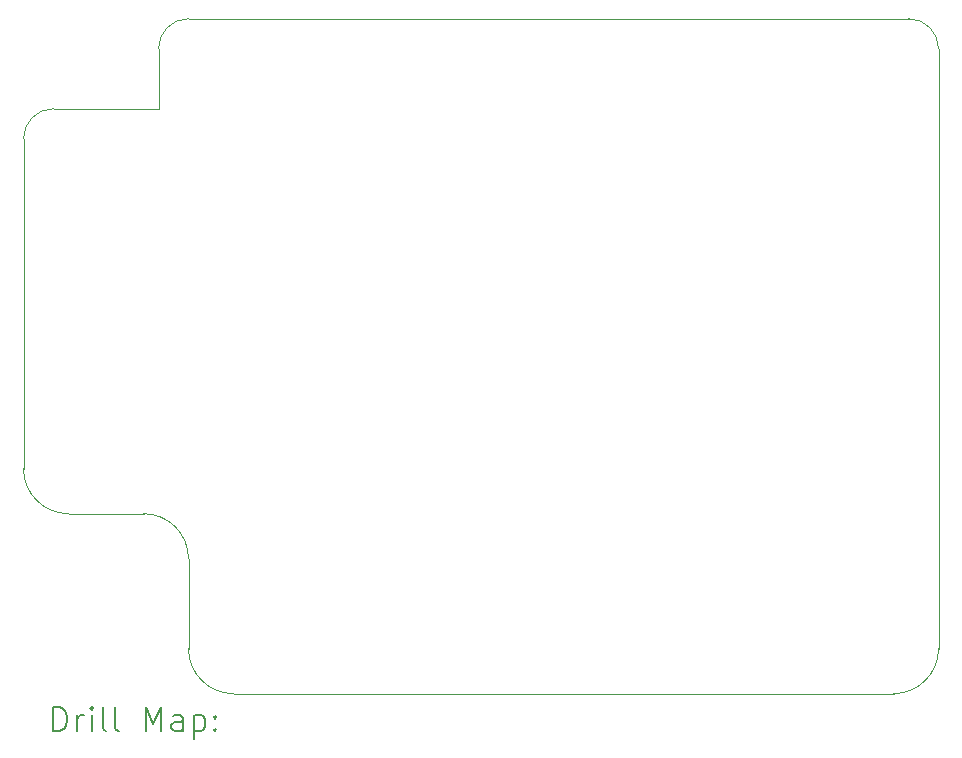
<source format=gbr>
%FSLAX45Y45*%
G04 Gerber Fmt 4.5, Leading zero omitted, Abs format (unit mm)*
G04 Created by KiCad (PCBNEW 6.0.5) date 2022-05-12 16:15:44*
%MOMM*%
%LPD*%
G01*
G04 APERTURE LIST*
%TA.AperFunction,Profile*%
%ADD10C,0.100000*%
%TD*%
%ADD11C,0.200000*%
G04 APERTURE END LIST*
D10*
X9779000Y-7874000D02*
X9144000Y-7874000D01*
X9017000Y-4445000D02*
G75*
G03*
X8763000Y-4699000I0J-254000D01*
G01*
X16510000Y-3937000D02*
G75*
G03*
X16256000Y-3683000I-254000J0D01*
G01*
X10160000Y-3683000D02*
G75*
G03*
X9906000Y-3937000I0J-254000D01*
G01*
X10160000Y-9017000D02*
X10160000Y-8255000D01*
X16129000Y-9398000D02*
G75*
G03*
X16510000Y-9017000I0J381000D01*
G01*
X8763000Y-7493000D02*
G75*
G03*
X9144000Y-7874000I381000J0D01*
G01*
X8763000Y-7493000D02*
X8763000Y-4699000D01*
X16129000Y-9398000D02*
X10541000Y-9398000D01*
X10160000Y-8255000D02*
G75*
G03*
X9779000Y-7874000I-381000J0D01*
G01*
X16510000Y-9017000D02*
X16510000Y-3937000D01*
X10160000Y-9017000D02*
G75*
G03*
X10541000Y-9398000I381000J0D01*
G01*
X9017000Y-4445000D02*
X9906000Y-4445000D01*
X10160000Y-3683000D02*
X16256000Y-3683000D01*
X9906000Y-4445000D02*
X9906000Y-3937000D01*
D11*
X9015619Y-9713476D02*
X9015619Y-9513476D01*
X9063238Y-9513476D01*
X9091810Y-9523000D01*
X9110857Y-9542048D01*
X9120381Y-9561095D01*
X9129905Y-9599190D01*
X9129905Y-9627762D01*
X9120381Y-9665857D01*
X9110857Y-9684905D01*
X9091810Y-9703952D01*
X9063238Y-9713476D01*
X9015619Y-9713476D01*
X9215619Y-9713476D02*
X9215619Y-9580143D01*
X9215619Y-9618238D02*
X9225143Y-9599190D01*
X9234667Y-9589667D01*
X9253714Y-9580143D01*
X9272762Y-9580143D01*
X9339429Y-9713476D02*
X9339429Y-9580143D01*
X9339429Y-9513476D02*
X9329905Y-9523000D01*
X9339429Y-9532524D01*
X9348952Y-9523000D01*
X9339429Y-9513476D01*
X9339429Y-9532524D01*
X9463238Y-9713476D02*
X9444190Y-9703952D01*
X9434667Y-9684905D01*
X9434667Y-9513476D01*
X9568000Y-9713476D02*
X9548952Y-9703952D01*
X9539429Y-9684905D01*
X9539429Y-9513476D01*
X9796571Y-9713476D02*
X9796571Y-9513476D01*
X9863238Y-9656333D01*
X9929905Y-9513476D01*
X9929905Y-9713476D01*
X10110857Y-9713476D02*
X10110857Y-9608714D01*
X10101333Y-9589667D01*
X10082286Y-9580143D01*
X10044190Y-9580143D01*
X10025143Y-9589667D01*
X10110857Y-9703952D02*
X10091810Y-9713476D01*
X10044190Y-9713476D01*
X10025143Y-9703952D01*
X10015619Y-9684905D01*
X10015619Y-9665857D01*
X10025143Y-9646810D01*
X10044190Y-9637286D01*
X10091810Y-9637286D01*
X10110857Y-9627762D01*
X10206095Y-9580143D02*
X10206095Y-9780143D01*
X10206095Y-9589667D02*
X10225143Y-9580143D01*
X10263238Y-9580143D01*
X10282286Y-9589667D01*
X10291810Y-9599190D01*
X10301333Y-9618238D01*
X10301333Y-9675381D01*
X10291810Y-9694429D01*
X10282286Y-9703952D01*
X10263238Y-9713476D01*
X10225143Y-9713476D01*
X10206095Y-9703952D01*
X10387048Y-9694429D02*
X10396571Y-9703952D01*
X10387048Y-9713476D01*
X10377524Y-9703952D01*
X10387048Y-9694429D01*
X10387048Y-9713476D01*
X10387048Y-9589667D02*
X10396571Y-9599190D01*
X10387048Y-9608714D01*
X10377524Y-9599190D01*
X10387048Y-9589667D01*
X10387048Y-9608714D01*
M02*

</source>
